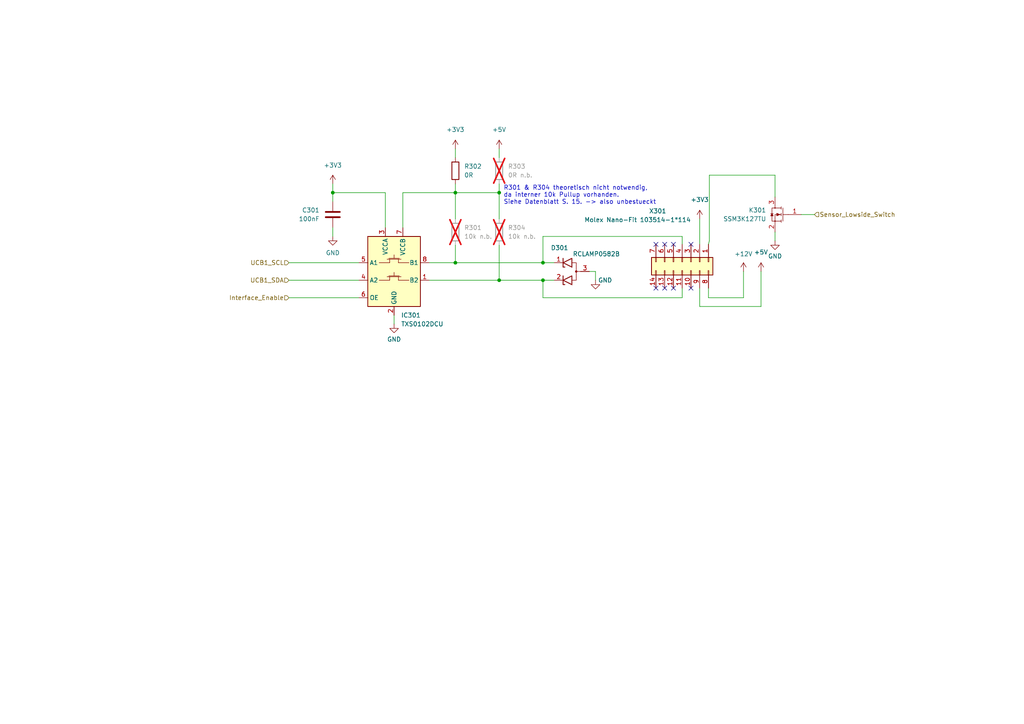
<source format=kicad_sch>
(kicad_sch (version 20250114) (generator "eeschema") (generator_version "9.0")
  (paper "A4")
  (lib_symbols
    (symbol "Connector_Generic:Conn_02x07_Top_Bottom" (pin_names (offset 1.016) (hide yes))
      (property "Reference" "J" (at 1.27 10.16 0))
      (property "Value" "Conn_02x07_Top_Bottom" (at 1.27 -10.16 0))
      (symbol "Conn_02x07_Top_Bottom_1_1"
        (rectangle (start -1.27 8.89) (end 3.81 -8.89) (stroke (width 0.254)) (fill (type background)))
        (rectangle (start -1.27 7.747) (end 0 7.493) (stroke (width 0.1524)))
        (rectangle (start -1.27 5.207) (end 0 4.953) (stroke (width 0.1524)))
        (rectangle (start -1.27 2.667) (end 0 2.413) (stroke (width 0.1524)))
        (rectangle (start -1.27 0.127) (end 0 -0.127) (stroke (width 0.1524)))
        (rectangle (start -1.27 -2.413) (end 0 -2.667) (stroke (width 0.1524)))
        (rectangle (start -1.27 -4.953) (end 0 -5.207) (stroke (width 0.1524)))
        (rectangle (start -1.27 -7.493) (end 0 -7.747) (stroke (width 0.1524)))
        (rectangle (start 3.81 7.747) (end 2.54 7.493) (stroke (width 0.1524)))
        (rectangle (start 3.81 5.207) (end 2.54 4.953) (stroke (width 0.1524)))
        (rectangle (start 3.81 2.667) (end 2.54 2.413) (stroke (width 0.1524)))
        (rectangle (start 3.81 0.127) (end 2.54 -0.127) (stroke (width 0.1524)))
        (rectangle (start 3.81 -2.413) (end 2.54 -2.667) (stroke (width 0.1524)))
        (rectangle (start 3.81 -4.953) (end 2.54 -5.207) (stroke (width 0.1524)))
        (rectangle (start 3.81 -7.493) (end 2.54 -7.747) (stroke (width 0.1524)))
        (pin passive line (at -5.08 7.62 0) (length 3.81) (name "Pin_1") (number "1"))
        (pin passive line (at -5.08 5.08 0) (length 3.81) (name "Pin_2") (number "2"))
        (pin passive line (at -5.08 2.54 0) (length 3.81) (name "Pin_3") (number "3"))
        (pin passive line (at -5.08 0 0) (length 3.81) (name "Pin_4") (number "4"))
        (pin passive line (at -5.08 -2.54 0) (length 3.81) (name "Pin_5") (number "5"))
        (pin passive line (at -5.08 -5.08 0) (length 3.81) (name "Pin_6") (number "6"))
        (pin passive line (at -5.08 -7.62 0) (length 3.81) (name "Pin_7") (number "7"))
        (pin passive line (at 7.62 7.62 180) (length 3.81) (name "Pin_8") (number "8"))
        (pin passive line (at 7.62 5.08 180) (length 3.81) (name "Pin_9") (number "9"))
        (pin passive line (at 7.62 2.54 180) (length 3.81) (name "Pin_10") (number "10"))
        (pin passive line (at 7.62 0 180) (length 3.81) (name "Pin_11") (number "11"))
        (pin passive line (at 7.62 -2.54 180) (length 3.81) (name "Pin_12") (number "12"))
        (pin passive line (at 7.62 -5.08 180) (length 3.81) (name "Pin_13") (number "13"))
        (pin passive line (at 7.62 -7.62 180) (length 3.81) (name "Pin_14") (number "14"))
      )
    )
    (symbol "Device:C" (pin_numbers (hide yes)) (pin_names (offset 0.254))
      (property "Reference" "C" (at 0.635 2.54 0))
      (property "Value" "C" (at 0.635 -2.54 0))
      (symbol "C_0_1"
        (polyline (pts (xy -2.032 0.762) (xy 2.032 0.762)) (stroke (width 0.508)))
        (polyline (pts (xy -2.032 -0.762) (xy 2.032 -0.762)) (stroke (width 0.508)))
      )
      (symbol "C_1_1"
        (pin passive line (at 0 3.81 270) (length 2.794) (name "~") (number "1"))
        (pin passive line (at 0 -3.81 90) (length 2.794) (name "~") (number "2"))
      )
    )
    (symbol "Device:R" (pin_numbers (hide yes)) (pin_names (offset 0))
      (property "Reference" "R" (at 2.032 0 90))
      (property "Value" "R" (at 0 0 90))
      (symbol "R_0_1"
        (rectangle (start -1.016 -2.54) (end 1.016 2.54) (stroke (width 0.254)))
      )
      (symbol "R_1_1"
        (pin passive line (at 0 3.81 270) (length 1.27) (name "~") (number "1"))
        (pin passive line (at 0 -3.81 90) (length 1.27) (name "~") (number "2"))
      )
    )
    (symbol "HER_Symbole:NMOS_FET"
      (property "Reference" "K301" (at 2.54 -1.2701 0))
      (property "Value" "SSM3K127TU" (at 2.54 1.2699 0))
      (symbol "NMOS_FET_0_1"
        (polyline (pts (xy -3.81 0) (xy -2.286 0)))
        (polyline (pts (xy -2.286 -1.905) (xy -2.286 1.905)))
        (polyline (pts (xy -1.778 2.286) (xy -1.778 1.524)))
        (polyline (pts (xy -1.778 1.905) (xy 0 1.905)))
        (polyline (pts (xy -1.778 0.381) (xy -1.778 -0.381)))
        (polyline (pts (xy -1.778 0) (xy 0 0) (xy 0 2.032)))
        (polyline (pts (xy -1.778 -1.524) (xy -1.778 -2.286)))
        (polyline (pts (xy -1.778 -1.905) (xy 0.254 -1.905) (xy 0.889 -1.905) (xy 0.889 1.905) (xy 0.254 1.905) (xy 0 1.905)))
        (polyline (pts (xy -1.397 0) (xy -0.508 0.381) (xy -0.508 -0.381) (xy -1.397 0)) (fill (type outline)))
        (circle (center 0 1.905) (radius 0.127))
        (circle (center 0 -1.905) (radius 0.127))
        (polyline (pts (xy 0.508 -0.254) (xy 1.27 -0.254)))
        (polyline (pts (xy 0.889 -0.254) (xy 1.27 0.381) (xy 0.508 0.381) (xy 0.889 -0.254)) (fill (type outline)))
      )
      (symbol "NMOS_FET_1_1"
        (pin passive line (at -7.62 0 0) (length 3.81) (name "") (number "1"))
        (pin passive line (at 0 5.08 270) (length 3.048) (name "") (number "2"))
        (pin passive line (at 0 -5.08 90) (length 3.048) (name "") (number "3"))
      )
    )
    (symbol "Logic_LevelTranslator:TXS0102DCU"
      (property "Reference" "U" (at -6.35 11.43 0))
      (property "Value" "TXS0102DCU" (at 3.81 11.43 0))
      (symbol "TXS0102DCU_0_1"
        (rectangle (start -7.62 10.16) (end 7.62 -10.16) (stroke (width 0.254)) (fill (type background)))
        (polyline (pts (xy -4.318 -2.54) (xy -1.27 -2.54)))
        (polyline (pts (xy -2.032 -1.524) (xy 2.032 -1.524)))
        (polyline (pts (xy -1.524 -1.27) (xy 1.524 -1.27)))
        (polyline (pts (xy -1.27 -2.54) (xy -1.27 -1.524)))
        (polyline (pts (xy 0 -1.27) (xy 0 -0.254)))
        (polyline (pts (xy 1.27 -2.54) (xy 1.27 -1.524)))
        (polyline (pts (xy 4.318 -2.54) (xy 1.27 -2.54)))
      )
      (symbol "TXS0102DCU_1_1"
        (polyline (pts (xy -4.318 2.54) (xy -1.27 2.54)))
        (polyline (pts (xy -2.032 3.556) (xy 2.032 3.556)))
        (polyline (pts (xy -1.524 3.81) (xy 1.524 3.81)))
        (polyline (pts (xy -1.27 2.54) (xy -1.27 3.556)))
        (polyline (pts (xy 0 3.81) (xy 0 4.826)))
        (polyline (pts (xy 1.27 2.54) (xy 1.27 3.556)))
        (polyline (pts (xy 4.318 2.54) (xy 1.27 2.54)))
        (pin bidirectional line (at -10.16 2.54 0) (length 2.54) (name "A1") (number "5"))
        (pin bidirectional line (at -10.16 -2.54 0) (length 2.54) (name "A2") (number "4"))
        (pin input line (at -10.16 -7.62 0) (length 2.54) (name "OE") (number "6"))
        (pin power_in line (at -2.54 12.7 270) (length 2.54) (name "VCCA") (number "3"))
        (pin power_in line (at 0 -12.7 90) (length 2.54) (name "GND") (number "2"))
        (pin power_in line (at 2.54 12.7 270) (length 2.54) (name "VCCB") (number "7"))
        (pin bidirectional line (at 10.16 2.54 180) (length 2.54) (name "B1") (number "8"))
        (pin bidirectional line (at 10.16 -2.54 180) (length 2.54) (name "B2") (number "1"))
      )
    )
    (symbol "Power_Protection:RCLAMP0582B" (pin_names (hide yes))
      (property "Reference" "D" (at 0 5.08 0))
      (property "Value" "RCLAMP0582B" (at 0 -5.08 0))
      (symbol "RCLAMP0582B_0_1"
        (polyline (pts (xy -2.54 0) (xy -1.27 0)))
        (polyline (pts (xy -1.27 2.54) (xy -1.27 -2.54)))
        (polyline (pts (xy 0 2.54) (xy -1.27 2.54)) (stroke (width 0.1524)))
        (polyline (pts (xy 0 1.27) (xy 0 3.81) (xy 2.54 2.54) (xy 0 1.27)) (stroke (width 0.254)))
        (polyline (pts (xy 2.54 3.81) (xy 2.54 1.27) (xy 2.032 1.27)) (stroke (width 0.254)))
        (pin passive line (at -5.08 0 0) (length 2.54) (name "A") (number "3"))
      )
      (symbol "RCLAMP0582B_1_1"
        (circle (center -1.27 0) (radius 0.254) (fill (type outline)))
        (polyline (pts (xy 0 -2.54) (xy -1.27 -2.54)) (stroke (width 0.1524)))
        (polyline (pts (xy 0 -3.81) (xy 0 -1.27) (xy 2.54 -2.54) (xy 0 -3.81)) (stroke (width 0.254)))
        (polyline (pts (xy 2.54 -1.27) (xy 2.54 -3.81) (xy 2.032 -3.81)) (stroke (width 0.254)))
        (pin passive line (at 5.08 2.54 180) (length 2.54) (name "K1") (number "1"))
        (pin passive line (at 5.08 -2.54 180) (length 2.54) (name "K2") (number "2"))
      )
    )
    (symbol "power:+12V" (power) (pin_names (offset 0))
      (property "Value" "+12V" (at 0 3.556 0))
      (symbol "+12V_0_1"
        (polyline (pts (xy -0.762 1.27) (xy 0 2.54)))
        (polyline (pts (xy 0 2.54) (xy 0.762 1.27)))
        (polyline (pts (xy 0 0) (xy 0 2.54)))
      )
      (symbol "+12V_1_1"
        (pin power_in line (at 0 0 90) (length 0) (hide yes) (name "+12V") (number "1"))
      )
    )
    (symbol "power:+3.3V" (power) (pin_names (offset 0))
      (property "Value" "+3.3V" (at 0 3.556 0))
      (symbol "+3.3V_0_1"
        (polyline (pts (xy -0.762 1.27) (xy 0 2.54)))
        (polyline (pts (xy 0 2.54) (xy 0.762 1.27)))
        (polyline (pts (xy 0 0) (xy 0 2.54)))
      )
      (symbol "+3.3V_1_1"
        (pin power_in line (at 0 0 90) (length 0) (hide yes) (name "+3V3") (number "1"))
      )
    )
    (symbol "power:+3V3" (power) (pin_names (offset 0))
      (property "Value" "+3V3" (at 0 3.556 0))
      (symbol "+3V3_0_1"
        (polyline (pts (xy -0.762 1.27) (xy 0 2.54)))
        (polyline (pts (xy 0 2.54) (xy 0.762 1.27)))
        (polyline (pts (xy 0 0) (xy 0 2.54)))
      )
      (symbol "+3V3_1_1"
        (pin power_in line (at 0 0 90) (length 0) (hide yes) (name "+3V3") (number "1"))
      )
    )
    (symbol "power:+5V" (power) (pin_names (offset 0))
      (property "Value" "+5V" (at 0 3.556 0))
      (symbol "+5V_0_1"
        (polyline (pts (xy -0.762 1.27) (xy 0 2.54)))
        (polyline (pts (xy 0 2.54) (xy 0.762 1.27)))
        (polyline (pts (xy 0 0) (xy 0 2.54)))
      )
      (symbol "+5V_1_1"
        (pin power_in line (at 0 0 90) (length 0) (hide yes) (name "+5V") (number "1"))
      )
    )
    (symbol "power:GND" (power) (pin_names (offset 0))
      (property "Value" "GND" (at 0 -3.81 0))
      (symbol "GND_0_1"
        (polyline (pts (xy 0 0) (xy 0 -1.27) (xy 1.27 -1.27) (xy 0 -2.54) (xy -1.27 -1.27) (xy 0 -1.27)))
      )
      (symbol "GND_1_1"
        (pin power_in line (at 0 0 270) (length 0) (hide yes) (name "GND") (number "1"))
      )
    )
  )
  (text "R301 & R304 theoretisch nicht notwendig,\nda interner 10k Pullup vorhanden.\nSiehe Datenblatt S. 15. -> also unbestueckt" (at 146.05 59.436 0) (effects (font (size 1.27 1.27)) (justify left bottom)))
  (junction (at 132.08 55.88))
  (junction (at 144.78 81.28))
  (junction (at 96.52 55.88))
  (junction (at 157.48 76.2))
  (junction (at 132.08 76.2))
  (junction (at 144.78 55.88))
  (junction (at 157.48 81.28))
  (no_connect (at 192.786 83.566))
  (no_connect (at 190.246 83.566))
  (no_connect (at 195.326 83.566))
  (no_connect (at 200.406 83.566))
  (no_connect (at 192.786 70.866))
  (no_connect (at 195.326 70.866))
  (no_connect (at 200.406 70.866))
  (no_connect (at 190.246 70.866))
  (wire (pts (xy 157.48 81.28) (xy 160.782 81.28)))
  (wire (pts (xy 132.08 43.18) (xy 132.08 45.72)))
  (wire (pts (xy 205.486 86.36) (xy 215.646 86.36)))
  (wire (pts (xy 111.76 55.88) (xy 111.76 66.04)))
  (wire (pts (xy 96.52 55.88) (xy 96.52 58.42)))
  (wire (pts (xy 114.3 93.98) (xy 114.3 91.44)))
  (wire (pts (xy 157.48 68.58) (xy 197.866 68.58)))
  (wire (pts (xy 224.79 50.8) (xy 224.79 57.15)))
  (wire (pts (xy 116.84 55.88) (xy 132.08 55.88)))
  (wire (pts (xy 132.08 55.88) (xy 132.08 53.34)))
  (wire (pts (xy 157.48 76.2) (xy 160.782 76.2)))
  (wire (pts (xy 205.74 69.85) (xy 205.486 70.866)))
  (wire (pts (xy 215.646 86.36) (xy 215.646 78.74)))
  (wire (pts (xy 124.46 76.2) (xy 132.08 76.2)))
  (wire (pts (xy 144.78 71.12) (xy 144.78 81.28)))
  (wire (pts (xy 157.48 81.28) (xy 157.48 86.36)))
  (wire (pts (xy 96.52 68.58) (xy 96.52 66.04)))
  (wire (pts (xy 144.78 55.88) (xy 144.78 63.5)))
  (wire (pts (xy 83.82 86.36) (xy 104.14 86.36)))
  (wire (pts (xy 116.84 55.88) (xy 116.84 66.04)))
  (wire (pts (xy 96.52 53.34) (xy 96.52 55.88)))
  (wire (pts (xy 197.866 68.58) (xy 197.866 70.866)))
  (wire (pts (xy 144.78 81.28) (xy 157.48 81.28)))
  (wire (pts (xy 132.08 55.88) (xy 144.78 55.88)))
  (wire (pts (xy 83.82 81.28) (xy 104.14 81.28)))
  (wire (pts (xy 170.942 78.74) (xy 172.72 78.74)))
  (wire (pts (xy 157.48 68.58) (xy 157.48 76.2)))
  (wire (pts (xy 132.08 71.12) (xy 132.08 76.2)))
  (wire (pts (xy 197.866 86.36) (xy 197.866 83.566)))
  (wire (pts (xy 96.52 55.88) (xy 111.76 55.88)))
  (wire (pts (xy 220.726 88.9) (xy 202.946 88.9)))
  (wire (pts (xy 232.41 62.23) (xy 236.22 62.23)))
  (wire (pts (xy 132.08 76.2) (xy 157.48 76.2)))
  (wire (pts (xy 224.79 67.31) (xy 224.79 69.85)))
  (wire (pts (xy 202.946 88.9) (xy 202.946 83.566)))
  (wire (pts (xy 157.48 86.36) (xy 197.866 86.36)))
  (wire (pts (xy 220.726 88.9) (xy 220.726 78.74)))
  (wire (pts (xy 205.74 50.8) (xy 205.74 69.85)))
  (wire (pts (xy 83.82 76.2) (xy 104.14 76.2)))
  (wire (pts (xy 132.08 63.5) (xy 132.08 55.88)))
  (wire (pts (xy 144.78 55.88) (xy 144.78 53.34)))
  (wire (pts (xy 172.72 78.74) (xy 172.72 81.28)))
  (wire (pts (xy 202.946 70.866) (xy 202.946 63.5)))
  (wire (pts (xy 205.74 50.8) (xy 224.79 50.8)))
  (wire (pts (xy 124.46 81.28) (xy 144.78 81.28)))
  (wire (pts (xy 144.78 43.18) (xy 144.78 45.72)))
  (wire (pts (xy 205.486 83.566) (xy 205.486 86.36)))
  (hierarchical_label "Sensor_Lowside_Switch" (shape input) (at 236.22 62.23 0))
  (hierarchical_label "UCB1_SDA" (shape input) (at 83.82 81.28 180))
  (hierarchical_label "UCB1_SCL" (shape input) (at 83.82 76.2 180))
  (hierarchical_label "Interface_Enable" (shape input) (at 83.82 86.36 180))
  (symbol (lib_id "Power_Protection:RCLAMP0582B") (at 165.862 78.74 0) (mirror y) (unit 1)
    (property "Reference" "D301" (at 162.306 71.882 0))
    (property "Value" "RCLAMP0582B" (at 172.974 73.66 0))
    (property "Footprint" "Package_TO_SOT_SMD:SOT-416" (effects (hide yes)))
    (property "Datasheet" "https://www.semtech.com/products/circuit-protection/low-capacitance/rclamp0582b" (effects (hide yes)))
    (property "eurocircuits_MPN" "RCLAMP0582BQTCT" (effects (hide yes)))
  )
  (symbol (lib_id "power:GND") (at 224.79 69.85 0) (unit 1)
    (property "Reference" "#PWR0103" (effects (hide yes)))
    (property "Value" "GND" (at 224.79 74.295 0))
  )
  (symbol (lib_id "Device:R") (at 144.78 49.53 0) (unit 1) (dnp yes)
    (property "Reference" "R303" (at 147.32 48.2599 0) (effects (justify left)))
    (property "Value" "0R n.b." (at 147.32 50.7999 0) (effects (justify left)))
    (property "Footprint" "Resistor_SMD:R_0603_1608Metric_Pad0.98x0.95mm_HandSolder" (effects (hide yes)))
  )
  (symbol (lib_id "power:GND") (at 114.3 93.98 0) (mirror y) (unit 1)
    (property "Reference" "#PWR0110" (effects (hide yes)))
    (property "Value" "GND" (at 114.3 98.425 0))
  )
  (symbol (lib_id "power:+3.3V") (at 96.52 53.34 0) (mirror y) (unit 1)
    (property "Reference" "#PWR0108" (effects (hide yes)))
    (property "Value" "+3V3" (at 96.52 47.9425 0))
  )
  (symbol (lib_id "Device:R") (at 132.08 67.31 0) (unit 1) (dnp yes)
    (property "Reference" "R301" (at 134.62 66.0399 0) (effects (justify left)))
    (property "Value" "10k n.b." (at 134.62 68.5799 0) (effects (justify left)))
    (property "Footprint" "Resistor_SMD:R_0603_1608Metric_Pad0.98x0.95mm_HandSolder" (effects (hide yes)))
  )
  (symbol (lib_id "power:+3V3") (at 132.08 43.18 0) (unit 1)
    (property "Reference" "#PWR0106" (effects (hide yes)))
    (property "Value" "+3V3" (at 132.08 37.592 0))
  )
  (symbol (lib_id "Device:R") (at 144.78 67.31 0) (unit 1) (dnp yes)
    (property "Reference" "R304" (at 147.32 66.0399 0) (effects (justify left)))
    (property "Value" "10k n.b." (at 147.32 68.5799 0) (effects (justify left)))
    (property "Footprint" "Resistor_SMD:R_0603_1608Metric_Pad0.98x0.95mm_HandSolder" (effects (hide yes)))
  )
  (symbol (lib_id "HER_Symbole:NMOS_FET") (at 224.79 62.23 180) (unit 1)
    (property "Reference" "K301" (at 222.25 60.9599 0) (effects (justify left)))
    (property "Value" "SSM3K127TU" (at 222.25 63.4999 0) (effects (justify left)))
    (property "Footprint" "Package_TO_SOT_SMD:SOT-23" (effects (hide yes)))
    (property "eurocircuits_MPN" "BSH105,215" (effects (hide yes)))
  )
  (symbol (lib_id "Logic_LevelTranslator:TXS0102DCU") (at 114.3 78.74 0) (unit 1)
    (property "Reference" "IC301" (at 116.3194 91.44 0) (effects (justify left)))
    (property "Value" "TXS0102DCU" (at 116.3194 93.98 0) (effects (justify left)))
    (property "Footprint" "Package_SO:VSSOP-8_2.3x2mm_P0.5mm" (effects (hide yes)))
    (property "Datasheet" "http://www.ti.com/lit/gpn/txs0102" (effects (hide yes)))
    (property "eurocircuits_MPN" "TXS0102DCUR" (effects (hide yes)))
  )
  (symbol (lib_id "power:+12V") (at 215.646 78.74 0) (unit 1)
    (property "Reference" "#PWR0101" (effects (hide yes)))
    (property "Value" "+12V" (at 215.646 73.66 0))
  )
  (symbol (lib_id "power:+3V3") (at 202.946 63.5 0) (unit 1)
    (property "Reference" "#PWR0104" (effects (hide yes)))
    (property "Value" "+3V3" (at 202.946 57.912 0))
  )
  (symbol (lib_id "Device:R") (at 132.08 49.53 0) (unit 1)
    (property "Reference" "R302" (at 134.62 48.2599 0) (effects (justify left)))
    (property "Value" "0R" (at 134.62 50.7999 0) (effects (justify left)))
    (property "Footprint" "Resistor_SMD:R_0603_1608Metric_Pad0.98x0.95mm_HandSolder" (effects (hide yes)))
    (property "eurocircuits_MPN" "MCWR06X000 PTL" (effects (hide yes)))
  )
  (symbol (lib_id "power:GND") (at 96.52 68.58 0) (mirror y) (unit 1)
    (property "Reference" "#PWR0109" (effects (hide yes)))
    (property "Value" "GND" (at 96.52 73.3425 0))
  )
  (symbol (lib_id "power:GND") (at 172.72 81.28 0) (mirror y) (unit 1)
    (property "Reference" "#PWR0105" (effects (hide yes)))
    (property "Value" "GND" (at 175.514 81.28 0))
  )
  (symbol (lib_id "Connector_Generic:Conn_02x07_Top_Bottom") (at 197.866 75.946 270) (unit 1)
    (property "Reference" "X301" (at 193.294 61.214 90) (effects (justify right)))
    (property "Value" "Molex Nano-Fit 103514-1*114" (at 200.406 63.754 90) (effects (justify right)))
    (property "Footprint" "Connector_Molex:Molex_Nano-Fit_105314-xx14_2x07_P2.50mm_Horizontal" (effects (hide yes)))
    (property "eurocircuits_MPN" "105314-1114" (effects (hide yes)))
  )
  (symbol (lib_id "power:+5V") (at 144.78 43.18 0) (unit 1)
    (property "Reference" "#PWR0107" (effects (hide yes)))
    (property "Value" "+5V" (at 144.78 37.592 0))
  )
  (symbol (lib_id "power:+5V") (at 220.726 78.74 0) (unit 1)
    (property "Reference" "#PWR0102" (effects (hide yes)))
    (property "Value" "+5V" (at 220.726 73.152 0))
  )
  (symbol (lib_id "Device:C") (at 96.52 62.23 0) (mirror y) (unit 1)
    (property "Reference" "C301" (at 92.71 60.9599 0) (effects (justify left)))
    (property "Value" "100nF" (at 92.71 63.4999 0) (effects (justify left)))
    (property "Footprint" "Capacitor_SMD:C_0603_1608Metric_Pad1.08x0.95mm_HandSolder" (effects (hide yes)))
    (property "eurocircuits_MPN" "GPC0603104" (effects (hide yes)))
  )
)
</source>
